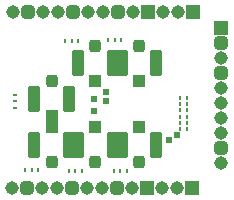
<source format=gbs>
G04*
G04 #@! TF.GenerationSoftware,Altium Limited,Altium Designer,23.11.1 (41)*
G04*
G04 Layer_Color=16711935*
%FSLAX44Y44*%
%MOMM*%
G71*
G04*
G04 #@! TF.SameCoordinates,860607A7-82FE-4F03-8345-F0151ACF9F54*
G04*
G04*
G04 #@! TF.FilePolarity,Negative*
G04*
G01*
G75*
%ADD56R,0.3600X0.2600*%
%ADD57R,0.2600X0.3600*%
%ADD62C,0.0100*%
%ADD63C,1.1430*%
G04:AMPARAMS|DCode=64|XSize=1.143mm|YSize=1.143mm|CornerRadius=0.2858mm|HoleSize=0mm|Usage=FLASHONLY|Rotation=270.000|XOffset=0mm|YOffset=0mm|HoleType=Round|Shape=RoundedRectangle|*
%AMROUNDEDRECTD64*
21,1,1.1430,0.5715,0,0,270.0*
21,1,0.5715,1.1430,0,0,270.0*
1,1,0.5715,-0.2858,-0.2858*
1,1,0.5715,-0.2858,0.2858*
1,1,0.5715,0.2858,0.2858*
1,1,0.5715,0.2858,-0.2858*
%
%ADD64ROUNDEDRECTD64*%
%ADD65R,1.1430X1.1430*%
G04:AMPARAMS|DCode=66|XSize=1.143mm|YSize=1.143mm|CornerRadius=0.2858mm|HoleSize=0mm|Usage=FLASHONLY|Rotation=180.000|XOffset=0mm|YOffset=0mm|HoleType=Round|Shape=RoundedRectangle|*
%AMROUNDEDRECTD66*
21,1,1.1430,0.5715,0,0,180.0*
21,1,0.5715,1.1430,0,0,180.0*
1,1,0.5715,-0.2858,0.2858*
1,1,0.5715,0.2858,0.2858*
1,1,0.5715,0.2858,-0.2858*
1,1,0.5715,-0.2858,-0.2858*
%
%ADD66ROUNDEDRECTD66*%
%ADD67R,1.1430X1.1430*%
%ADD82C,0.6100*%
G04:AMPARAMS|DCode=83|XSize=1.06mm|YSize=2.21mm|CornerRadius=0.2675mm|HoleSize=0mm|Usage=FLASHONLY|Rotation=180.000|XOffset=0mm|YOffset=0mm|HoleType=Round|Shape=RoundedRectangle|*
%AMROUNDEDRECTD83*
21,1,1.0600,1.6750,0,0,180.0*
21,1,0.5250,2.2100,0,0,180.0*
1,1,0.5350,-0.2625,0.8375*
1,1,0.5350,0.2625,0.8375*
1,1,0.5350,0.2625,-0.8375*
1,1,0.5350,-0.2625,-0.8375*
%
%ADD83ROUNDEDRECTD83*%
%ADD84R,1.0100X1.0600*%
G04:AMPARAMS|DCode=85|XSize=1.06mm|YSize=1.01mm|CornerRadius=0.255mm|HoleSize=0mm|Usage=FLASHONLY|Rotation=90.000|XOffset=0mm|YOffset=0mm|HoleType=Round|Shape=RoundedRectangle|*
%AMROUNDEDRECTD85*
21,1,1.0600,0.5000,0,0,90.0*
21,1,0.5500,1.0100,0,0,90.0*
1,1,0.5100,0.2500,0.2750*
1,1,0.5100,0.2500,-0.2750*
1,1,0.5100,-0.2500,-0.2750*
1,1,0.5100,-0.2500,0.2750*
%
%ADD85ROUNDEDRECTD85*%
D56*
X12000Y76500D02*
D03*
Y82000D02*
D03*
Y87500D02*
D03*
D57*
X31500Y24000D02*
D03*
X26000D02*
D03*
X20500D02*
D03*
X54500Y133000D02*
D03*
X60000D02*
D03*
X65500D02*
D03*
X91000Y134000D02*
D03*
X96500D02*
D03*
X102000D02*
D03*
X68500Y23000D02*
D03*
X63000D02*
D03*
X57500D02*
D03*
X106500D02*
D03*
X101000D02*
D03*
X95500D02*
D03*
X157250Y68500D02*
D03*
X151750D02*
D03*
X157250Y74250D02*
D03*
X151750D02*
D03*
Y80000D02*
D03*
X157250D02*
D03*
X151750Y84750D02*
D03*
X157250D02*
D03*
X151750Y63500D02*
D03*
X157250D02*
D03*
X151750Y58696D02*
D03*
X157250D02*
D03*
D62*
X28000Y117000D02*
D03*
Y130000D02*
D03*
D63*
X186750Y68150D02*
D03*
Y80850D02*
D03*
Y55450D02*
D03*
Y93550D02*
D03*
Y118950D02*
D03*
Y30050D02*
D03*
X47850Y8750D02*
D03*
X73250D02*
D03*
X9750D02*
D03*
X35150D02*
D03*
X85950D02*
D03*
X111350D02*
D03*
X48350Y157250D02*
D03*
X73750D02*
D03*
X10250D02*
D03*
X35650D02*
D03*
X86450D02*
D03*
X111850D02*
D03*
X137250D02*
D03*
X149950D02*
D03*
X136750Y8750D02*
D03*
X149450D02*
D03*
D64*
X186750Y131650D02*
D03*
Y106250D02*
D03*
Y42750D02*
D03*
D65*
Y144350D02*
D03*
D66*
X60550Y8750D02*
D03*
X22450D02*
D03*
X98650D02*
D03*
X61050Y157250D02*
D03*
X22950D02*
D03*
X99150D02*
D03*
D67*
X124050Y8750D02*
D03*
X124550Y157250D02*
D03*
X162650D02*
D03*
X162150Y8750D02*
D03*
D82*
X142523Y48855D02*
D03*
X149000Y53000D02*
D03*
X89000Y82000D02*
D03*
Y90000D02*
D03*
X79000Y74000D02*
D03*
Y84000D02*
D03*
D83*
X57750D02*
D03*
X28250D02*
D03*
X28250Y45000D02*
D03*
X57750D02*
D03*
X94750Y114000D02*
D03*
X65250D02*
D03*
X131750D02*
D03*
X102250D02*
D03*
X65250Y45000D02*
D03*
X94750D02*
D03*
X102250D02*
D03*
X131750D02*
D03*
D84*
X43000Y69250D02*
D03*
X43000Y59750D02*
D03*
X80000Y99250D02*
D03*
X117000D02*
D03*
X80000Y59750D02*
D03*
X117000D02*
D03*
D85*
X43000Y98750D02*
D03*
X43000Y30250D02*
D03*
X80000Y128750D02*
D03*
X117000D02*
D03*
X80000Y30250D02*
D03*
X117000D02*
D03*
M02*

</source>
